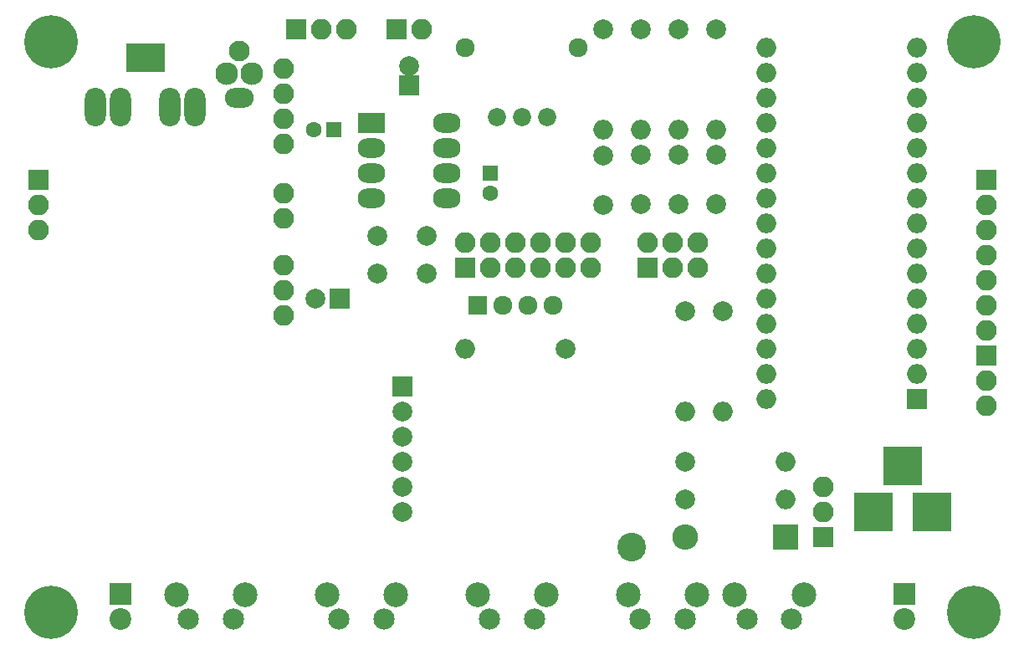
<source format=gbs>
G04 #@! TF.GenerationSoftware,KiCad,Pcbnew,(5.1.5)-3*
G04 #@! TF.CreationDate,2020-03-11T19:07:17+01:00*
G04 #@! TF.ProjectId,8bitWave Module,38626974-5761-4766-9520-4d6f64756c65,rev?*
G04 #@! TF.SameCoordinates,Original*
G04 #@! TF.FileFunction,Soldermask,Bot*
G04 #@! TF.FilePolarity,Negative*
%FSLAX46Y46*%
G04 Gerber Fmt 4.6, Leading zero omitted, Abs format (unit mm)*
G04 Created by KiCad (PCBNEW (5.1.5)-3) date 2020-03-11 19:07:17*
%MOMM*%
%LPD*%
G04 APERTURE LIST*
%ADD10C,2.900000*%
%ADD11C,1.924000*%
%ADD12R,1.924000X1.924000*%
%ADD13O,2.100000X2.100000*%
%ADD14R,2.100000X2.100000*%
%ADD15R,2.000000X2.000000*%
%ADD16O,2.000000X2.000000*%
%ADD17C,2.000000*%
%ADD18O,2.600000X2.600000*%
%ADD19R,2.600000X2.600000*%
%ADD20R,3.900000X3.900000*%
%ADD21C,2.500000*%
%ADD22C,2.150000*%
%ADD23C,5.400000*%
%ADD24R,2.800000X2.000000*%
%ADD25O,2.800000X2.000000*%
%ADD26R,1.600000X1.600000*%
%ADD27C,1.600000*%
%ADD28C,2.300000*%
%ADD29O,2.900000X2.000000*%
%ADD30C,2.100000*%
%ADD31R,2.200000X2.200000*%
%ADD32C,2.200000*%
%ADD33R,3.900000X2.900000*%
%ADD34O,2.150000X3.900000*%
%ADD35C,1.840000*%
G04 APERTURE END LIST*
D10*
X132400000Y-132450000D03*
D11*
X124460000Y-107950000D03*
X121920000Y-107950000D03*
X119380000Y-107950000D03*
D12*
X116840000Y-107950000D03*
D13*
X97155000Y-108990000D03*
X97155000Y-106450000D03*
X97155000Y-103910000D03*
X97155000Y-99190000D03*
X97155000Y-96650000D03*
X97155000Y-91590000D03*
X97155000Y-89050000D03*
X97155000Y-86510000D03*
X97155000Y-83970000D03*
X72390000Y-100330000D03*
X72390000Y-97790000D03*
D14*
X72390000Y-95250000D03*
D15*
X161290000Y-117475000D03*
D16*
X146050000Y-84455000D03*
X161290000Y-114935000D03*
X146050000Y-86995000D03*
X161290000Y-112395000D03*
X146050000Y-89535000D03*
X161290000Y-109855000D03*
X146050000Y-92075000D03*
X161290000Y-107315000D03*
X146050000Y-94615000D03*
X161290000Y-104775000D03*
X146050000Y-97155000D03*
X161290000Y-102235000D03*
X146050000Y-99695000D03*
X161290000Y-99695000D03*
X146050000Y-102235000D03*
X161290000Y-97155000D03*
X146050000Y-104775000D03*
X161290000Y-94615000D03*
X146050000Y-107315000D03*
X161290000Y-92075000D03*
X146050000Y-109855000D03*
X161290000Y-89535000D03*
X146050000Y-112395000D03*
X161290000Y-86995000D03*
X146050000Y-114935000D03*
X161290000Y-84455000D03*
X146050000Y-117475000D03*
X161290000Y-81915000D03*
X146050000Y-81915000D03*
D15*
X109855000Y-85725000D03*
D17*
X109855000Y-83725000D03*
D18*
X137795000Y-131445000D03*
D19*
X147955000Y-131445000D03*
D13*
X151765000Y-126365000D03*
X151765000Y-128905000D03*
D14*
X151765000Y-131445000D03*
D13*
X139065000Y-101600000D03*
X139065000Y-104140000D03*
X136525000Y-101600000D03*
X136525000Y-104140000D03*
X133985000Y-101600000D03*
D14*
X133985000Y-104140000D03*
D20*
X159845000Y-124205000D03*
X162845000Y-128905000D03*
X156845000Y-128905000D03*
D14*
X168275000Y-95250000D03*
D13*
X168275000Y-97790000D03*
X168275000Y-100330000D03*
X168275000Y-102870000D03*
X168275000Y-105410000D03*
X168275000Y-107950000D03*
X168275000Y-110490000D03*
D21*
X132035000Y-137210000D03*
D22*
X133295000Y-139700000D03*
X137795000Y-139700000D03*
D21*
X139045000Y-137210000D03*
X142830000Y-137210000D03*
D22*
X144090000Y-139700000D03*
X148590000Y-139700000D03*
D21*
X149840000Y-137210000D03*
X101555000Y-137210000D03*
D22*
X102815000Y-139700000D03*
X107315000Y-139700000D03*
D21*
X108565000Y-137210000D03*
X86315000Y-137210000D03*
D22*
X87575000Y-139700000D03*
X92075000Y-139700000D03*
D21*
X93325000Y-137210000D03*
X116795000Y-137210000D03*
D22*
X118055000Y-139700000D03*
X122555000Y-139700000D03*
D21*
X123805000Y-137210000D03*
D23*
X73660000Y-139065000D03*
X167005000Y-139065000D03*
X167005000Y-81280000D03*
X73660000Y-81280000D03*
D17*
X133350000Y-80010000D03*
D16*
X133350000Y-90170000D03*
D17*
X137160000Y-80010000D03*
D16*
X137160000Y-90170000D03*
D17*
X140970000Y-80010000D03*
D16*
X140970000Y-90170000D03*
D17*
X129540000Y-80010000D03*
D16*
X129540000Y-90170000D03*
D17*
X125730000Y-112395000D03*
D16*
X115570000Y-112395000D03*
D24*
X106045000Y-89535000D03*
D25*
X113665000Y-97155000D03*
X106045000Y-92075000D03*
X113665000Y-94615000D03*
X106045000Y-94615000D03*
X113665000Y-92075000D03*
X106045000Y-97155000D03*
X113665000Y-89535000D03*
D17*
X129540000Y-97790000D03*
X129540000Y-92790000D03*
X133350000Y-92710000D03*
X133350000Y-97710000D03*
X137160000Y-92710000D03*
X137160000Y-97710000D03*
X140970000Y-92710000D03*
X140970000Y-97710000D03*
X111680000Y-100965000D03*
X106680000Y-100965000D03*
D26*
X118110000Y-94615000D03*
D27*
X118110000Y-96615000D03*
D26*
X102235000Y-90170000D03*
D27*
X100235000Y-90170000D03*
D17*
X111680000Y-104775000D03*
X106680000Y-104775000D03*
D15*
X102870000Y-107315000D03*
D17*
X100370000Y-107315000D03*
D28*
X93960000Y-84540000D03*
D29*
X92710000Y-86940000D03*
D28*
X91460000Y-84540000D03*
D30*
X92710000Y-82240000D03*
D31*
X80645000Y-137160000D03*
D32*
X80645000Y-139700000D03*
D17*
X137795000Y-127635000D03*
D16*
X147955000Y-127635000D03*
D33*
X83185000Y-82859000D03*
D34*
X88185000Y-87865000D03*
X78185000Y-87865000D03*
X85685000Y-87865000D03*
X80685000Y-87865000D03*
D31*
X160020000Y-137160000D03*
D32*
X160020000Y-139700000D03*
D17*
X137795000Y-123825000D03*
D16*
X147955000Y-123825000D03*
D17*
X109220000Y-128905000D03*
X109220000Y-126365000D03*
X109220000Y-123825000D03*
X109220000Y-121285000D03*
X109220000Y-118745000D03*
D15*
X109220000Y-116205000D03*
D14*
X108585000Y-80010000D03*
D13*
X111125000Y-80010000D03*
D14*
X168275000Y-113030000D03*
D13*
X168275000Y-115570000D03*
X168275000Y-118110000D03*
D17*
X137795000Y-108585000D03*
D16*
X137795000Y-118745000D03*
D17*
X141605000Y-108585000D03*
D16*
X141605000Y-118745000D03*
D13*
X128270000Y-101600000D03*
X128270000Y-104140000D03*
X125730000Y-101600000D03*
X125730000Y-104140000D03*
X123190000Y-101600000D03*
X123190000Y-104140000D03*
X120650000Y-101600000D03*
X120650000Y-104140000D03*
X118110000Y-101600000D03*
X118110000Y-104140000D03*
X115570000Y-101600000D03*
D14*
X115570000Y-104140000D03*
D35*
X123825000Y-88900000D03*
X121285000Y-88900000D03*
X118745000Y-88900000D03*
D11*
X127000000Y-81915000D03*
X115570000Y-81915000D03*
D13*
X103505000Y-80010000D03*
X100965000Y-80010000D03*
D14*
X98425000Y-80010000D03*
M02*

</source>
